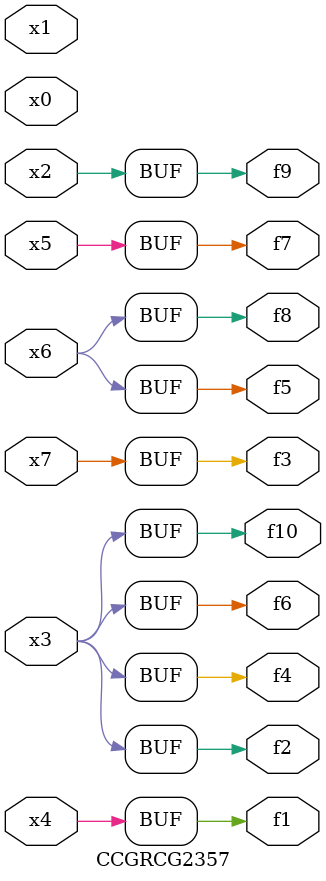
<source format=v>
module CCGRCG2357(
	input x0, x1, x2, x3, x4, x5, x6, x7,
	output f1, f2, f3, f4, f5, f6, f7, f8, f9, f10
);
	assign f1 = x4;
	assign f2 = x3;
	assign f3 = x7;
	assign f4 = x3;
	assign f5 = x6;
	assign f6 = x3;
	assign f7 = x5;
	assign f8 = x6;
	assign f9 = x2;
	assign f10 = x3;
endmodule

</source>
